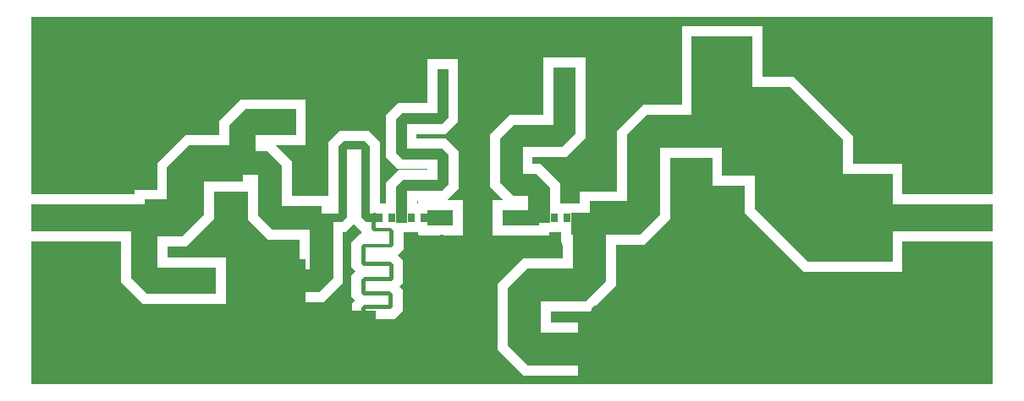
<source format=gtl>
G04 ===== Begin FILE IDENTIFICATION =====*
G04 File Format:  Gerber RS274X*
G04 ===== End FILE IDENTIFICATION =====*
%FSLAX24Y24*%
%MOIN*%
%SFA1.0000B1.0000*%
%OFA0.0B0.0*%
%ADD14R,0.393701X0.107087*%
%ADD15R,0.030945X0.037402*%
%ADD16C,0.055118*%
%ADD17R,0.098425X0.059055*%
%ADD18R,0.239413X0.200193*%
%LNcond*%
%IPPOS*%
%LPD*%
G75*
D14*
X1969Y6579D03*
G36*
G01X3937Y7114D02*
G01Y5855D01*
G01X4975D01*
G01Y7303D01*
G01X4456D01*
G01Y7114D01*
G01X3937D01*
G37*
D15*
X15462Y6579D03*
G36*
G01X7803Y8012D02*
G01Y9460D01*
G01X8831D01*
G01Y8271D01*
G01X8317D01*
G01Y8012D01*
G01X7803D01*
G37*
D15*
X14956Y6579D03*
D16*
X4612Y9378D03*
G36*
G01X10969Y7044D02*
G01Y6113D01*
G01X11885D01*
G01Y6749D01*
G01X11427D01*
G01Y7044D01*
G01X10969D01*
G37*
G36*
G01X14366Y6392D02*
G01Y6766D01*
G01X14801D01*
G01Y6392D01*
G01X14366D01*
G37*
G36*
G01X13390Y6749D02*
G01Y6392D01*
G01X13550D01*
G01Y6766D01*
G01X13470D01*
G01Y6749D01*
G01X13390D01*
G37*
D15*
X14211Y6579D03*
X13705D03*
D17*
X16109D03*
X19062D03*
G36*
G01X19554Y6283D02*
G01Y6874D01*
G01X20442D01*
G01Y6392D01*
G01X19998D01*
G01Y6283D01*
G01X19554D01*
G37*
D16*
X3789Y8317D03*
D15*
X20596Y6579D03*
X21103D03*
G36*
G01X21258Y6766D02*
G01Y5921D01*
G01X22715D01*
G01Y7237D01*
G01X21986D01*
G01Y6766D01*
G01X21258D01*
G37*
D16*
X2613Y8192D03*
X1532Y8891D03*
G36*
G01X26012Y9338D02*
G01Y11737D01*
G01X28406D01*
G01Y8255D01*
G01X27209D01*
G01Y9338D01*
G01X26012D01*
G37*
D18*
X27209Y12738D03*
D16*
X442Y8871D03*
D14*
X35886Y6579D03*
D16*
X5597Y10364D03*
X6917Y11100D03*
X8160Y11875D03*
X9681Y12009D03*
X10953Y11999D03*
X11431Y10947D03*
X10943Y8374D03*
X11259Y9751D03*
X12512Y10708D03*
X13612Y10765D03*
X14262Y11645D03*
X15218Y11722D03*
X15161Y12822D03*
X17294Y12927D03*
X17629Y11798D03*
X17571Y10679D03*
X18811Y11183D03*
X19797Y11168D03*
X19707Y12259D03*
X22322Y12319D03*
X22696Y11333D03*
X22726Y10182D03*
X22263Y8987D03*
X21441Y8165D03*
X23802Y11437D03*
X25087Y11617D03*
X25102Y12618D03*
X25147Y13769D03*
X29346Y13843D03*
X29331Y13051D03*
X30243Y12678D03*
X31125Y11871D03*
X31991Y10870D03*
X32903Y10048D03*
X33471Y9211D03*
X34711Y8075D03*
X35339Y8837D03*
X36489Y8942D03*
X37461Y8972D03*
X426Y9986D03*
Y11313D03*
X474Y12460D03*
X545Y13740D03*
X1657Y13847D03*
X3044Y13895D03*
X4371Y13955D03*
X5758Y14050D03*
X7169Y14074D03*
X8663Y14050D03*
X9966Y14039D03*
X11209Y13955D03*
X12764Y14003D03*
X14342Y14050D03*
X15776Y14086D03*
X17295Y14134D03*
X18693D03*
X20224Y14015D03*
X21455Y14110D03*
X23021D03*
X24244Y14127D03*
X30581Y14067D03*
X32087Y14103D03*
X33558Y14007D03*
X34885D03*
X36259Y14031D03*
X37431Y14115D03*
X37299Y12908D03*
X37288Y11712D03*
X37311Y10481D03*
X528Y4072D03*
X1679Y4102D03*
X2561Y4983D03*
X3218Y3997D03*
X3801Y3220D03*
X4981Y2772D03*
X6207Y2816D03*
X7492Y2786D03*
X8299Y3444D03*
X8284Y4595D03*
X7178Y5447D03*
X7791Y6657D03*
X8553Y5701D03*
X9713Y5178D03*
X10402Y4275D03*
Y3510D03*
X10739Y2775D03*
X11833Y2760D03*
X13065Y2484D03*
X13899Y2163D03*
X14756Y2454D03*
X15046Y3624D03*
X15069Y4741D03*
X15046Y5744D03*
X16179Y5652D03*
X18853Y5566D03*
X19821Y5482D03*
X20646Y5494D03*
X18736Y4794D03*
X18028Y3112D03*
X18040Y2159D03*
X18219Y927D03*
X18900Y425D03*
X21901Y1369D03*
X21889Y2159D03*
X21973Y557D03*
X22858Y497D03*
X24065Y545D03*
X25368Y592D03*
X26683Y533D03*
X27927Y568D03*
X29254Y580D03*
X30760Y628D03*
X32087Y604D03*
X33378Y592D03*
X34502Y652D03*
X35841Y604D03*
X37084Y628D03*
X37216Y1621D03*
X37072Y2876D03*
X37144Y3976D03*
X35961Y4071D03*
X35160Y5004D03*
X34287Y4179D03*
X33008Y4035D03*
X31573Y4024D03*
X30258Y4000D03*
X29158Y4920D03*
X28178Y5781D03*
X27544Y6546D03*
X27042Y7455D03*
X25942Y8375D03*
X25751Y7084D03*
X25380Y5793D03*
X24400Y5088D03*
X23515Y4526D03*
X23145Y3390D03*
X22344Y2888D03*
X599Y2809D03*
X527Y1589D03*
X539Y525D03*
X1591D03*
X2883Y537D03*
X4126Y465D03*
X5549Y489D03*
X6565Y585D03*
X8011Y465D03*
X9625Y477D03*
X10869Y501D03*
X11992Y453D03*
X13236Y441D03*
X14599Y477D03*
X16009Y501D03*
X17217Y382D03*
G36*
G01X0Y7508D02*
G01X4062D01*
G01Y7697D01*
G01X4949D01*
G01Y8754D01*
G01X6049Y9854D01*
G01X7409D01*
G01Y10412D01*
G01X8257Y11259D01*
G01X10809D01*
G01Y9444D01*
G01X9627D01*
G01X10265Y8806D01*
G01Y7438D01*
G01X11692D01*
G01Y9578D01*
G01X12127Y10013D01*
G01X13294D01*
G01X13730Y9578D01*
G01Y7160D01*
G01X13944D01*
G01Y7159D01*
G01X13972D01*
G01Y7978D01*
G01X14464Y8469D01*
G01X15610D01*
G01Y8498D01*
G01X14447D01*
G01X13956Y8990D01*
G01Y10618D01*
G01X14447Y11110D01*
G01X15587D01*
G01Y12850D01*
G01X16809D01*
G01Y10379D01*
G01X16318Y9887D01*
G01X15178D01*
G01Y9721D01*
G01X16341D01*
G01X16832Y9229D01*
G01Y7739D01*
G01X16361Y7268D01*
G01X16995D01*
G01Y5890D01*
G01X15223D01*
G01Y5998D01*
G01X14661D01*
G01Y5336D01*
G01X14439Y5114D01*
G01X14645Y4908D01*
G01Y4024D01*
G01X14506Y3885D01*
G01X14634Y3758D01*
G01Y2916D01*
G01X14307Y2590D01*
G01X13567D01*
G01Y2482D01*
G01X12619D01*
G01Y3211D01*
G01X12739Y3330D01*
G01X12605Y3464D01*
G01Y4319D01*
G01X12753Y4466D01*
G01X12606Y4613D01*
G01Y5630D01*
G01X12933Y5957D01*
G01X13006D01*
G01X12996Y5966D01*
G01Y6055D01*
G01X12711Y6340D01*
G01X12385Y6015D01*
G01X12279D01*
G01Y4024D01*
G01X11498Y3244D01*
G01X10361D01*
G01Y4948D01*
G01X10575D01*
G01Y5720D01*
G01X9336D01*
G01X8546Y6509D01*
G01Y7618D01*
G01X7185D01*
G01Y6560D01*
G01X6085Y5461D01*
G01X5369D01*
G01Y5006D01*
G01X7672D01*
G01Y3180D01*
G01X4397D01*
G01X3543Y4034D01*
G01Y5650D01*
G01X0D01*
G01Y0D01*
G01X37854D01*
G01Y5650D01*
G01X34311D01*
G01Y4444D01*
G01X30417D01*
G01X28097Y6764D01*
G01Y7861D01*
G01X26815D01*
G01Y8945D01*
G01X25174D01*
G01Y6547D01*
G01X24154Y5527D01*
G01X23038D01*
G01Y3904D01*
G01X22018Y2884D01*
G01X20471D01*
G01Y2441D01*
G01X21915D01*
G01Y338D01*
G01X19388D01*
G01X18368Y1358D01*
G01Y3967D01*
G01X19388Y4987D01*
G01X20935D01*
G01Y5527D01*
G01X20864D01*
G01Y5998D01*
G01X20391D01*
G01Y5890D01*
G01X18176D01*
G01Y7268D01*
G01X18612D01*
G01X18068Y7812D01*
G01Y9884D01*
G01X18831Y10648D01*
G01X20159D01*
G01Y12912D01*
G01X21834D01*
G01Y9736D01*
G01X21071Y8972D01*
G01X19743D01*
G01Y8724D01*
G01X20072D01*
G01X20835Y7960D01*
G01Y7159D01*
G01X20864D01*
G01Y7160D01*
G01X21592D01*
G01Y7630D01*
G01X23071D01*
G01Y10028D01*
G01X24091Y11048D01*
G01X25618D01*
G01Y14133D01*
G01X28800D01*
G01Y12131D01*
G01X30047D01*
G01X32367Y9811D01*
G01Y8714D01*
G01X34311D01*
G01Y7508D01*
G01X37854D01*
G01Y14528D01*
G01X0D01*
G01Y7508D01*
G37*
G36*
G01X15195Y7159D02*
G01X15223D01*
G01Y7247D01*
G01X15195D01*
G01Y7159D01*
G37*
G36*
G01X21328Y5921D02*
G01Y4593D01*
G01X19551D01*
G01X18762Y3804D01*
G01Y1521D01*
G01X19551Y732D01*
G01X21521D01*
G01Y2048D01*
G01X20078D01*
G01Y3278D01*
G01X21855D01*
G01X22644Y4067D01*
G01Y5921D01*
G01X21328D01*
G37*
G36*
G01X14801Y6766D02*
G01Y7641D01*
G01X16177D01*
G01X16439Y7902D01*
G01Y9066D01*
G01X16177Y9327D01*
G01X14784D01*
G01Y10281D01*
G01X16155D01*
G01X16416Y10542D01*
G01Y12456D01*
G01X15981D01*
G01Y10716D01*
G01X14610D01*
G01X14349Y10455D01*
G01Y9153D01*
G01X14610Y8892D01*
G01X16003D01*
G01Y8076D01*
G01X14627D01*
G01X14366Y7815D01*
G01Y6766D01*
G01X14801D01*
G37*
G36*
G01X22715Y5921D02*
G01X23990D01*
G01X24780Y6710D01*
G01Y9338D01*
G01X26012D01*
G01Y10654D01*
G01X24254D01*
G01X23464Y9864D01*
G01Y7237D01*
G01X22715D01*
G01Y5921D01*
G37*
G36*
G01X28406Y8255D02*
G01X28491D01*
G01Y6927D01*
G01X30581Y4837D01*
G01X33917D01*
G01Y8320D01*
G01X31974D01*
G01Y9648D01*
G01X29884Y11737D01*
G01X28406D01*
G01Y8255D01*
G37*
G36*
G01X20442Y6874D02*
G01Y7797D01*
G01X19909Y8330D01*
G01X19350D01*
G01Y9366D01*
G01X20908D01*
G01X21441Y9899D01*
G01Y12518D01*
G01X20552D01*
G01Y10254D01*
G01X18994D01*
G01X18462Y9721D01*
G01Y7975D01*
G01X18994Y7442D01*
G01X19554D01*
G01Y6874D01*
G01X20442D01*
G37*
G36*
G01X3937Y5855D02*
G01Y4197D01*
G01X4560Y3574D01*
G01X7278D01*
G01Y4612D01*
G01X4975D01*
G01Y5855D01*
G01X3937D01*
G37*
G36*
G01X11885Y6408D02*
G01X12222D01*
G01X12426Y6613D01*
G01Y9278D01*
G01X12995D01*
G01Y6613D01*
G01X13199Y6408D01*
G01X13390D01*
G01Y6749D01*
G01X13336D01*
G01Y9415D01*
G01X13131Y9619D01*
G01X12290D01*
G01X12085Y9415D01*
G01Y6749D01*
G01X11885D01*
G01Y6408D01*
G37*
G36*
G01X10969Y6113D02*
G01Y4554D01*
G01X10754D01*
G01Y3637D01*
G01X11335D01*
G01X11885Y4187D01*
G01Y6113D01*
G01X10969D01*
G37*
G36*
G01X8831Y8271D02*
G01X8940D01*
G01Y6672D01*
G01X9499Y6113D01*
G01X10969D01*
G01Y7044D01*
G01X9871D01*
G01Y8643D01*
G01X9312Y9202D01*
G01X8831D01*
G01Y8271D01*
G37*
G36*
G01X8831Y9460D02*
G01Y9837D01*
G01X10415D01*
G01Y10865D01*
G01X8420D01*
G01X7803Y10248D01*
G01Y9460D01*
G01X8831D01*
G37*
G36*
G01X4975Y5855D02*
G01X5922D01*
G01X6791Y6724D01*
G01Y8012D01*
G01X7803D01*
G01Y9460D01*
G01X6212D01*
G01X5343Y8591D01*
G01Y7303D01*
G01X4975D01*
G01Y5855D01*
G37*
G36*
G01X13173Y2875D02*
G01Y2983D01*
G01X14144D01*
G01X14240Y3079D01*
G01Y3594D01*
G01X14144Y3690D01*
G01X13159D01*
G01Y4091D01*
G01X14155D01*
G01X14251Y4187D01*
G01Y4744D01*
G01X14155Y4840D01*
G01X13160D01*
G01Y5402D01*
G01X14171D01*
G01X14267Y5498D01*
G01Y6096D01*
G01X14171Y6193D01*
G01X13550D01*
G01Y6392D01*
G01X13390D01*
G01Y6129D01*
G01X13486Y6032D01*
G01X14107D01*
G01Y5562D01*
G01X13096D01*
G01X13000Y5466D01*
G01Y4776D01*
G01X13096Y4680D01*
G01X14091D01*
G01Y4251D01*
G01X13095D01*
G01X12999Y4155D01*
G01Y3626D01*
G01X13095Y3530D01*
G01X14080D01*
G01Y3143D01*
G01X13109D01*
G01X13013Y3047D01*
G01Y2875D01*
G01X13173D01*
G37*
G36*
G01X13013Y2875D02*
G01X13173D01*
G01X13013D01*
G37*
G36*
G01X10322Y4963D02*
G01Y3220D01*
G01X10794D01*
G01Y4963D01*
G01X10322D01*
G37*
G36*
G01X12593Y2457D02*
G01X13576D01*
G01Y2929D01*
G01X12593D01*
G01Y2457D01*
G37*
G36*
G01X21520Y2605D02*
G01Y300D01*
G01X21993D01*
G01Y2605D01*
G01X21520D01*
G37*
M02*


</source>
